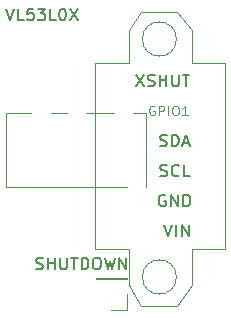
<source format=gbr>
G04 #@! TF.GenerationSoftware,KiCad,Pcbnew,(5.1.5)-3*
G04 #@! TF.CreationDate,2020-12-21T12:43:05+01:00*
G04 #@! TF.ProjectId,epimetheus_vl53l0x,6570696d-6574-4686-9575-735f766c3533,rev?*
G04 #@! TF.SameCoordinates,Original*
G04 #@! TF.FileFunction,Legend,Top*
G04 #@! TF.FilePolarity,Positive*
%FSLAX46Y46*%
G04 Gerber Fmt 4.6, Leading zero omitted, Abs format (unit mm)*
G04 Created by KiCad (PCBNEW (5.1.5)-3) date 2020-12-21 12:43:05*
%MOMM*%
%LPD*%
G04 APERTURE LIST*
%ADD10C,0.150000*%
%ADD11C,0.120000*%
%ADD12C,0.100000*%
G04 APERTURE END LIST*
D10*
X164568666Y-41044761D02*
X164711523Y-41092380D01*
X164949619Y-41092380D01*
X165044857Y-41044761D01*
X165092476Y-40997142D01*
X165140095Y-40901904D01*
X165140095Y-40806666D01*
X165092476Y-40711428D01*
X165044857Y-40663809D01*
X164949619Y-40616190D01*
X164759142Y-40568571D01*
X164663904Y-40520952D01*
X164616285Y-40473333D01*
X164568666Y-40378095D01*
X164568666Y-40282857D01*
X164616285Y-40187619D01*
X164663904Y-40140000D01*
X164759142Y-40092380D01*
X164997238Y-40092380D01*
X165140095Y-40140000D01*
X165568666Y-41092380D02*
X165568666Y-40092380D01*
X165568666Y-40568571D02*
X166140095Y-40568571D01*
X166140095Y-41092380D02*
X166140095Y-40092380D01*
X166616285Y-40092380D02*
X166616285Y-40901904D01*
X166663904Y-40997142D01*
X166711523Y-41044761D01*
X166806761Y-41092380D01*
X166997238Y-41092380D01*
X167092476Y-41044761D01*
X167140095Y-40997142D01*
X167187714Y-40901904D01*
X167187714Y-40092380D01*
X167521047Y-40092380D02*
X168092476Y-40092380D01*
X167806761Y-41092380D02*
X167806761Y-40092380D01*
X168425809Y-41092380D02*
X168425809Y-40092380D01*
X168663904Y-40092380D01*
X168806761Y-40140000D01*
X168902000Y-40235238D01*
X168949619Y-40330476D01*
X168997238Y-40520952D01*
X168997238Y-40663809D01*
X168949619Y-40854285D01*
X168902000Y-40949523D01*
X168806761Y-41044761D01*
X168663904Y-41092380D01*
X168425809Y-41092380D01*
X169616285Y-40092380D02*
X169806761Y-40092380D01*
X169902000Y-40140000D01*
X169997238Y-40235238D01*
X170044857Y-40425714D01*
X170044857Y-40759047D01*
X169997238Y-40949523D01*
X169902000Y-41044761D01*
X169806761Y-41092380D01*
X169616285Y-41092380D01*
X169521047Y-41044761D01*
X169425809Y-40949523D01*
X169378190Y-40759047D01*
X169378190Y-40425714D01*
X169425809Y-40235238D01*
X169521047Y-40140000D01*
X169616285Y-40092380D01*
X170378190Y-40092380D02*
X170616285Y-41092380D01*
X170806761Y-40378095D01*
X170997238Y-41092380D01*
X171235333Y-40092380D01*
X171616285Y-41092380D02*
X171616285Y-40092380D01*
X172187714Y-41092380D01*
X172187714Y-40092380D01*
X162052380Y-19010380D02*
X162385714Y-20010380D01*
X162719047Y-19010380D01*
X163528571Y-20010380D02*
X163052380Y-20010380D01*
X163052380Y-19010380D01*
X164338095Y-19010380D02*
X163861904Y-19010380D01*
X163814285Y-19486571D01*
X163861904Y-19438952D01*
X163957142Y-19391333D01*
X164195238Y-19391333D01*
X164290476Y-19438952D01*
X164338095Y-19486571D01*
X164385714Y-19581809D01*
X164385714Y-19819904D01*
X164338095Y-19915142D01*
X164290476Y-19962761D01*
X164195238Y-20010380D01*
X163957142Y-20010380D01*
X163861904Y-19962761D01*
X163814285Y-19915142D01*
X164719047Y-19010380D02*
X165338095Y-19010380D01*
X165004761Y-19391333D01*
X165147619Y-19391333D01*
X165242857Y-19438952D01*
X165290476Y-19486571D01*
X165338095Y-19581809D01*
X165338095Y-19819904D01*
X165290476Y-19915142D01*
X165242857Y-19962761D01*
X165147619Y-20010380D01*
X164861904Y-20010380D01*
X164766666Y-19962761D01*
X164719047Y-19915142D01*
X166242857Y-20010380D02*
X165766666Y-20010380D01*
X165766666Y-19010380D01*
X166766666Y-19010380D02*
X166861904Y-19010380D01*
X166957142Y-19058000D01*
X167004761Y-19105619D01*
X167052380Y-19200857D01*
X167100000Y-19391333D01*
X167100000Y-19629428D01*
X167052380Y-19819904D01*
X167004761Y-19915142D01*
X166957142Y-19962761D01*
X166861904Y-20010380D01*
X166766666Y-20010380D01*
X166671428Y-19962761D01*
X166623809Y-19915142D01*
X166576190Y-19819904D01*
X166528571Y-19629428D01*
X166528571Y-19391333D01*
X166576190Y-19200857D01*
X166623809Y-19105619D01*
X166671428Y-19058000D01*
X166766666Y-19010380D01*
X167433333Y-19010380D02*
X168100000Y-20010380D01*
X168100000Y-19010380D02*
X167433333Y-20010380D01*
D11*
X176530000Y-44196000D02*
X177800000Y-42418000D01*
X172466000Y-39370000D02*
X172466000Y-42418000D01*
X173482000Y-44196000D02*
X176530000Y-44196000D01*
X177800000Y-42418000D02*
X177800000Y-39370000D01*
X172466000Y-42418000D02*
X173482000Y-44196000D01*
X177800000Y-20828000D02*
X176530000Y-19304000D01*
X173482000Y-19304000D02*
X172466000Y-20828000D01*
X176450697Y-21590000D02*
G75*
G03X176450697Y-21590000I-1444697J0D01*
G01*
X176450697Y-41738437D02*
G75*
G03X176450697Y-41738437I-1444697J0D01*
G01*
X172466000Y-23622000D02*
X169545000Y-23622000D01*
X177800000Y-23622000D02*
X177800000Y-20828000D01*
X172466000Y-20828000D02*
X172466000Y-23622000D01*
X176530000Y-19304000D02*
X173482000Y-19304000D01*
X169926000Y-39370000D02*
X169545000Y-39370000D01*
X172466000Y-39370000D02*
X169926000Y-39370000D01*
X180594000Y-23622000D02*
X180594000Y-39370000D01*
X177800000Y-23622000D02*
X180594000Y-23622000D01*
X169545000Y-39370000D02*
X169545000Y-23622000D01*
X180594000Y-39370000D02*
X177800000Y-39370000D01*
X172272000Y-44510000D02*
X170942000Y-44510000D01*
X172272000Y-43180000D02*
X172272000Y-44510000D01*
X172272000Y-41910000D02*
X169612000Y-41910000D01*
X169612000Y-41910000D02*
X169612000Y-41850000D01*
X172272000Y-41910000D02*
X172272000Y-41850000D01*
X172272000Y-41850000D02*
X169612000Y-41850000D01*
X162052000Y-27888000D02*
X162052000Y-34088000D01*
X173873000Y-34088000D02*
X173873000Y-27888000D01*
X162052000Y-27888000D02*
X164148000Y-27888000D01*
X165798000Y-27888000D02*
X167148000Y-27888000D01*
X168798000Y-27888000D02*
X171198000Y-27888000D01*
X172748000Y-27888000D02*
X173873000Y-27888000D01*
X172298000Y-34088000D02*
X162052000Y-34088000D01*
D10*
X173021904Y-24598380D02*
X173688571Y-25598380D01*
X173688571Y-24598380D02*
X173021904Y-25598380D01*
X174021904Y-25550761D02*
X174164761Y-25598380D01*
X174402857Y-25598380D01*
X174498095Y-25550761D01*
X174545714Y-25503142D01*
X174593333Y-25407904D01*
X174593333Y-25312666D01*
X174545714Y-25217428D01*
X174498095Y-25169809D01*
X174402857Y-25122190D01*
X174212380Y-25074571D01*
X174117142Y-25026952D01*
X174069523Y-24979333D01*
X174021904Y-24884095D01*
X174021904Y-24788857D01*
X174069523Y-24693619D01*
X174117142Y-24646000D01*
X174212380Y-24598380D01*
X174450476Y-24598380D01*
X174593333Y-24646000D01*
X175021904Y-25598380D02*
X175021904Y-24598380D01*
X175021904Y-25074571D02*
X175593333Y-25074571D01*
X175593333Y-25598380D02*
X175593333Y-24598380D01*
X176069523Y-24598380D02*
X176069523Y-25407904D01*
X176117142Y-25503142D01*
X176164761Y-25550761D01*
X176260000Y-25598380D01*
X176450476Y-25598380D01*
X176545714Y-25550761D01*
X176593333Y-25503142D01*
X176640952Y-25407904D01*
X176640952Y-24598380D01*
X176974285Y-24598380D02*
X177545714Y-24598380D01*
X177260000Y-25598380D02*
X177260000Y-24598380D01*
D12*
X174587047Y-27286000D02*
X174510857Y-27247904D01*
X174396571Y-27247904D01*
X174282285Y-27286000D01*
X174206095Y-27362190D01*
X174168000Y-27438380D01*
X174129904Y-27590761D01*
X174129904Y-27705047D01*
X174168000Y-27857428D01*
X174206095Y-27933619D01*
X174282285Y-28009809D01*
X174396571Y-28047904D01*
X174472761Y-28047904D01*
X174587047Y-28009809D01*
X174625142Y-27971714D01*
X174625142Y-27705047D01*
X174472761Y-27705047D01*
X174968000Y-28047904D02*
X174968000Y-27247904D01*
X175272761Y-27247904D01*
X175348952Y-27286000D01*
X175387047Y-27324095D01*
X175425142Y-27400285D01*
X175425142Y-27514571D01*
X175387047Y-27590761D01*
X175348952Y-27628857D01*
X175272761Y-27666952D01*
X174968000Y-27666952D01*
X175768000Y-28047904D02*
X175768000Y-27247904D01*
X176301333Y-27247904D02*
X176453714Y-27247904D01*
X176529904Y-27286000D01*
X176606095Y-27362190D01*
X176644190Y-27514571D01*
X176644190Y-27781238D01*
X176606095Y-27933619D01*
X176529904Y-28009809D01*
X176453714Y-28047904D01*
X176301333Y-28047904D01*
X176225142Y-28009809D01*
X176148952Y-27933619D01*
X176110857Y-27781238D01*
X176110857Y-27514571D01*
X176148952Y-27362190D01*
X176225142Y-27286000D01*
X176301333Y-27247904D01*
X177406095Y-28047904D02*
X176948952Y-28047904D01*
X177177523Y-28047904D02*
X177177523Y-27247904D01*
X177101333Y-27362190D01*
X177025142Y-27438380D01*
X176948952Y-27476476D01*
D10*
X175061714Y-30630761D02*
X175204571Y-30678380D01*
X175442666Y-30678380D01*
X175537904Y-30630761D01*
X175585523Y-30583142D01*
X175633142Y-30487904D01*
X175633142Y-30392666D01*
X175585523Y-30297428D01*
X175537904Y-30249809D01*
X175442666Y-30202190D01*
X175252190Y-30154571D01*
X175156952Y-30106952D01*
X175109333Y-30059333D01*
X175061714Y-29964095D01*
X175061714Y-29868857D01*
X175109333Y-29773619D01*
X175156952Y-29726000D01*
X175252190Y-29678380D01*
X175490285Y-29678380D01*
X175633142Y-29726000D01*
X176061714Y-30678380D02*
X176061714Y-29678380D01*
X176299809Y-29678380D01*
X176442666Y-29726000D01*
X176537904Y-29821238D01*
X176585523Y-29916476D01*
X176633142Y-30106952D01*
X176633142Y-30249809D01*
X176585523Y-30440285D01*
X176537904Y-30535523D01*
X176442666Y-30630761D01*
X176299809Y-30678380D01*
X176061714Y-30678380D01*
X177014095Y-30392666D02*
X177490285Y-30392666D01*
X176918857Y-30678380D02*
X177252190Y-29678380D01*
X177585523Y-30678380D01*
X175085523Y-33170761D02*
X175228380Y-33218380D01*
X175466476Y-33218380D01*
X175561714Y-33170761D01*
X175609333Y-33123142D01*
X175656952Y-33027904D01*
X175656952Y-32932666D01*
X175609333Y-32837428D01*
X175561714Y-32789809D01*
X175466476Y-32742190D01*
X175276000Y-32694571D01*
X175180761Y-32646952D01*
X175133142Y-32599333D01*
X175085523Y-32504095D01*
X175085523Y-32408857D01*
X175133142Y-32313619D01*
X175180761Y-32266000D01*
X175276000Y-32218380D01*
X175514095Y-32218380D01*
X175656952Y-32266000D01*
X176656952Y-33123142D02*
X176609333Y-33170761D01*
X176466476Y-33218380D01*
X176371238Y-33218380D01*
X176228380Y-33170761D01*
X176133142Y-33075523D01*
X176085523Y-32980285D01*
X176037904Y-32789809D01*
X176037904Y-32646952D01*
X176085523Y-32456476D01*
X176133142Y-32361238D01*
X176228380Y-32266000D01*
X176371238Y-32218380D01*
X176466476Y-32218380D01*
X176609333Y-32266000D01*
X176656952Y-32313619D01*
X177561714Y-33218380D02*
X177085523Y-33218380D01*
X177085523Y-32218380D01*
X175514095Y-34806000D02*
X175418857Y-34758380D01*
X175276000Y-34758380D01*
X175133142Y-34806000D01*
X175037904Y-34901238D01*
X174990285Y-34996476D01*
X174942666Y-35186952D01*
X174942666Y-35329809D01*
X174990285Y-35520285D01*
X175037904Y-35615523D01*
X175133142Y-35710761D01*
X175276000Y-35758380D01*
X175371238Y-35758380D01*
X175514095Y-35710761D01*
X175561714Y-35663142D01*
X175561714Y-35329809D01*
X175371238Y-35329809D01*
X175990285Y-35758380D02*
X175990285Y-34758380D01*
X176561714Y-35758380D01*
X176561714Y-34758380D01*
X177037904Y-35758380D02*
X177037904Y-34758380D01*
X177276000Y-34758380D01*
X177418857Y-34806000D01*
X177514095Y-34901238D01*
X177561714Y-34996476D01*
X177609333Y-35186952D01*
X177609333Y-35329809D01*
X177561714Y-35520285D01*
X177514095Y-35615523D01*
X177418857Y-35710761D01*
X177276000Y-35758380D01*
X177037904Y-35758380D01*
X175434761Y-37298380D02*
X175768095Y-38298380D01*
X176101428Y-37298380D01*
X176434761Y-38298380D02*
X176434761Y-37298380D01*
X176910952Y-38298380D02*
X176910952Y-37298380D01*
X177482380Y-38298380D01*
X177482380Y-37298380D01*
M02*

</source>
